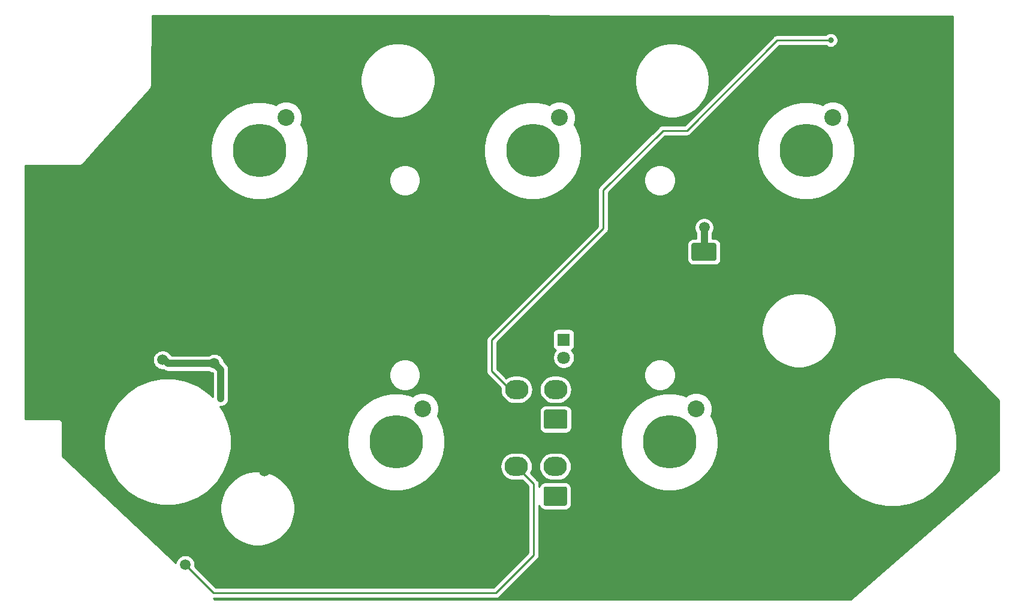
<source format=gbr>
G04 #@! TF.GenerationSoftware,KiCad,Pcbnew,(5.1.6)-1*
G04 #@! TF.CreationDate,2021-02-10T22:50:21+11:00*
G04 #@! TF.ProjectId,INTR LT Panel PCB V2,494e5452-204c-4542-9050-616e656c2050,rev?*
G04 #@! TF.SameCoordinates,Original*
G04 #@! TF.FileFunction,Copper,L2,Bot*
G04 #@! TF.FilePolarity,Positive*
%FSLAX46Y46*%
G04 Gerber Fmt 4.6, Leading zero omitted, Abs format (unit mm)*
G04 Created by KiCad (PCBNEW (5.1.6)-1) date 2021-02-10 22:50:21*
%MOMM*%
%LPD*%
G01*
G04 APERTURE LIST*
G04 #@! TA.AperFunction,WasherPad*
%ADD10C,7.540752*%
G04 #@! TD*
G04 #@! TA.AperFunction,WasherPad*
%ADD11C,2.381250*%
G04 #@! TD*
G04 #@! TA.AperFunction,ComponentPad*
%ADD12O,3.300000X2.700000*%
G04 #@! TD*
G04 #@! TA.AperFunction,ComponentPad*
%ADD13C,1.800000*%
G04 #@! TD*
G04 #@! TA.AperFunction,ComponentPad*
%ADD14R,1.800000X1.800000*%
G04 #@! TD*
G04 #@! TA.AperFunction,ViaPad*
%ADD15C,1.500000*%
G04 #@! TD*
G04 #@! TA.AperFunction,ViaPad*
%ADD16C,0.800000*%
G04 #@! TD*
G04 #@! TA.AperFunction,Conductor*
%ADD17C,1.000000*%
G04 #@! TD*
G04 #@! TA.AperFunction,Conductor*
%ADD18C,0.250000*%
G04 #@! TD*
G04 #@! TA.AperFunction,Conductor*
%ADD19C,0.254000*%
G04 #@! TD*
G04 APERTURE END LIST*
D10*
G04 #@! TO.P,9,*
G04 #@! TO.N,*
X150672800Y-66802000D03*
D11*
X154448722Y-62139124D03*
G04 #@! TD*
D10*
G04 #@! TO.P,8,*
G04 #@! TO.N,*
X112064800Y-66802000D03*
D11*
X115840722Y-62139124D03*
G04 #@! TD*
D10*
G04 #@! TO.P,7,*
G04 #@! TO.N,*
X73456800Y-66802000D03*
D11*
X77232722Y-62139124D03*
G04 #@! TD*
D10*
G04 #@! TO.P,3,*
G04 #@! TO.N,*
X131368800Y-107950000D03*
D11*
X135144722Y-103287124D03*
G04 #@! TD*
D10*
G04 #@! TO.P,2,*
G04 #@! TO.N,*
X92760800Y-107950000D03*
D11*
X96536722Y-103287124D03*
G04 #@! TD*
D12*
G04 #@! TO.P,J2,4*
G04 #@! TO.N,/DATAOUT*
X109750000Y-111400000D03*
G04 #@! TO.P,J2,3*
G04 #@! TO.N,/LEDGND*
X109750000Y-115600000D03*
G04 #@! TO.P,J2,2*
G04 #@! TO.N,/LED+5V*
X115250000Y-111400000D03*
G04 #@! TO.P,J2,1*
G04 #@! TA.AperFunction,ComponentPad*
G36*
G01*
X116649999Y-116950000D02*
X113850001Y-116950000D01*
G75*
G02*
X113600000Y-116699999I0J250001D01*
G01*
X113600000Y-114500001D01*
G75*
G02*
X113850001Y-114250000I250001J0D01*
G01*
X116649999Y-114250000D01*
G75*
G02*
X116900000Y-114500001I0J-250001D01*
G01*
X116900000Y-116699999D01*
G75*
G02*
X116649999Y-116950000I-250001J0D01*
G01*
G37*
G04 #@! TD.AperFunction*
G04 #@! TD*
G04 #@! TO.P,J1,4*
G04 #@! TO.N,/DATAIN*
X109800000Y-100550000D03*
G04 #@! TO.P,J1,3*
G04 #@! TO.N,/LEDGND*
X109800000Y-104750000D03*
G04 #@! TO.P,J1,2*
G04 #@! TO.N,/LED+5V*
X115300000Y-100550000D03*
G04 #@! TO.P,J1,1*
G04 #@! TA.AperFunction,ComponentPad*
G36*
G01*
X116699999Y-106100000D02*
X113900001Y-106100000D01*
G75*
G02*
X113650000Y-105849999I0J250001D01*
G01*
X113650000Y-103650001D01*
G75*
G02*
X113900001Y-103400000I250001J0D01*
G01*
X116699999Y-103400000D01*
G75*
G02*
X116950000Y-103650001I0J-250001D01*
G01*
X116950000Y-105849999D01*
G75*
G02*
X116699999Y-106100000I-250001J0D01*
G01*
G37*
G04 #@! TD.AperFunction*
G04 #@! TD*
D13*
G04 #@! TO.P,D1,2*
G04 #@! TO.N,/LED+5V*
X116434000Y-96037400D03*
D14*
G04 #@! TO.P,D1,1*
G04 #@! TO.N,Net-(D1-Pad1)*
X116434000Y-93497400D03*
G04 #@! TD*
G04 #@! TO.P,C1,2*
G04 #@! TO.N,/LEDGND*
G04 #@! TA.AperFunction,SMDPad,CuDef*
G36*
G01*
X131496000Y-80102200D02*
X131496000Y-82102200D01*
G75*
G02*
X131246000Y-82352200I-250000J0D01*
G01*
X128246000Y-82352200D01*
G75*
G02*
X127996000Y-82102200I0J250000D01*
G01*
X127996000Y-80102200D01*
G75*
G02*
X128246000Y-79852200I250000J0D01*
G01*
X131246000Y-79852200D01*
G75*
G02*
X131496000Y-80102200I0J-250000D01*
G01*
G37*
G04 #@! TD.AperFunction*
G04 #@! TO.P,C1,1*
G04 #@! TO.N,/LED+5V*
G04 #@! TA.AperFunction,SMDPad,CuDef*
G36*
G01*
X137996000Y-80102200D02*
X137996000Y-82102200D01*
G75*
G02*
X137746000Y-82352200I-250000J0D01*
G01*
X134746000Y-82352200D01*
G75*
G02*
X134496000Y-82102200I0J250000D01*
G01*
X134496000Y-80102200D01*
G75*
G02*
X134746000Y-79852200I250000J0D01*
G01*
X137746000Y-79852200D01*
G75*
G02*
X137996000Y-80102200I0J-250000D01*
G01*
G37*
G04 #@! TD.AperFunction*
G04 #@! TD*
D15*
G04 #@! TO.N,/LEDGND*
X65200000Y-55800000D03*
X72975000Y-55675000D03*
X81000000Y-55600000D03*
X105200000Y-56000000D03*
X114700000Y-56100000D03*
X123100000Y-56200000D03*
X148500000Y-56300000D03*
X156700000Y-56100000D03*
X50300000Y-81400000D03*
X50300000Y-74200000D03*
X49900000Y-88600000D03*
X71400000Y-85400000D03*
X72900000Y-78800000D03*
X85300000Y-78500000D03*
X86000000Y-85300000D03*
X73400000Y-93800000D03*
X66000000Y-99600000D03*
X54800000Y-96800000D03*
X63300000Y-94700000D03*
X83400000Y-97200000D03*
X49800000Y-103500000D03*
X90800000Y-126800000D03*
X103100000Y-119000000D03*
X105500000Y-126800000D03*
X129600000Y-126700000D03*
X129200000Y-121300000D03*
X152900000Y-113900000D03*
X149500000Y-105600000D03*
X140700000Y-94200000D03*
X112000000Y-94300000D03*
X163200000Y-85200000D03*
X162400000Y-79000000D03*
X150812500Y-79187500D03*
X149275000Y-85475000D03*
X158800000Y-93500000D03*
X175300000Y-110500000D03*
X169400000Y-117900000D03*
X168300000Y-99600000D03*
X169800000Y-95400000D03*
X144800000Y-126700000D03*
X141450000Y-118300000D03*
X92300000Y-120150000D03*
X100250000Y-97500000D03*
X124350000Y-79850000D03*
X111750000Y-79900000D03*
X110200000Y-85700000D03*
X124100000Y-85450000D03*
X51500000Y-113150000D03*
X62800000Y-122650000D03*
X74150000Y-112100000D03*
X86250000Y-55950000D03*
X125650000Y-97550000D03*
X87275000Y-97525000D03*
X142425000Y-73325000D03*
X64675000Y-72425000D03*
X87550000Y-63400000D03*
X88000000Y-71400000D03*
X65475000Y-64775000D03*
X102925000Y-66225000D03*
X103975000Y-74275000D03*
X141712500Y-66712500D03*
X166525000Y-63775000D03*
X166175000Y-71525000D03*
X123825000Y-75750000D03*
X123675000Y-67025000D03*
G04 #@! TO.N,/LED+5V*
X136300000Y-77650000D03*
X59800000Y-96350000D03*
X67100000Y-96850000D03*
D16*
X68000000Y-101800000D03*
G04 #@! TO.N,/DATAIN*
X154150000Y-51200000D03*
D15*
G04 #@! TO.N,/DATAOUT*
X63000000Y-125300000D03*
G04 #@! TD*
D17*
G04 #@! TO.N,/LEDGND*
X125602200Y-81102200D02*
X124350000Y-79850000D01*
X129746000Y-81102200D02*
X125602200Y-81102200D01*
G04 #@! TO.N,/LED+5V*
X136300000Y-77650000D02*
X136246000Y-77704000D01*
X59800000Y-96350000D02*
X60050000Y-96350000D01*
X60050000Y-96350000D02*
X60550000Y-96850000D01*
X60550000Y-96850000D02*
X67100000Y-96850000D01*
X67100000Y-96850000D02*
X67150000Y-96850000D01*
X68000000Y-97750000D02*
X67100000Y-96850000D01*
X68000000Y-101800000D02*
X68000000Y-97750000D01*
X136300000Y-81048200D02*
X136246000Y-81102200D01*
X136300000Y-77650000D02*
X136300000Y-81048200D01*
D18*
G04 #@! TO.N,/DATAIN*
X106283000Y-97959000D02*
X106283000Y-93567000D01*
X122024999Y-77825001D02*
X122024999Y-72375001D01*
X106283000Y-93567000D02*
X122024999Y-77825001D01*
X122024999Y-72375001D02*
X130450000Y-63950000D01*
X130450000Y-63950000D02*
X133850000Y-63950000D01*
X133850000Y-63950000D02*
X146600000Y-51200000D01*
X146600000Y-51200000D02*
X154150000Y-51200000D01*
X154150000Y-51200000D02*
X154150000Y-51200000D01*
X108874000Y-100550000D02*
X106283000Y-97959000D01*
X109800000Y-100550000D02*
X108874000Y-100550000D01*
G04 #@! TO.N,/DATAOUT*
X106850000Y-129300000D02*
X112225000Y-123925000D01*
X63000000Y-125300000D02*
X67000000Y-129300000D01*
X112225000Y-113875000D02*
X109750000Y-111400000D01*
X112225000Y-123925000D02*
X112225000Y-113875000D01*
X67000000Y-129300000D02*
X106850000Y-129300000D01*
G04 #@! TD*
D19*
G04 #@! TO.N,/LEDGND*
G36*
X171374201Y-47776560D02*
G01*
X171374200Y-95009336D01*
X171371085Y-95036677D01*
X171374200Y-95074164D01*
X171374200Y-95079218D01*
X171376887Y-95106500D01*
X171381851Y-95166238D01*
X171383252Y-95171122D01*
X171383750Y-95176182D01*
X171401169Y-95233603D01*
X171417688Y-95291209D01*
X171420013Y-95295724D01*
X171421490Y-95300592D01*
X171449768Y-95353497D01*
X171477215Y-95406789D01*
X171480379Y-95410767D01*
X171482775Y-95415249D01*
X171520828Y-95461616D01*
X171537869Y-95483040D01*
X171541381Y-95486661D01*
X171565252Y-95515748D01*
X171586533Y-95533213D01*
X177925460Y-102068697D01*
X177853376Y-112016180D01*
X156938495Y-130201956D01*
X67110404Y-130176651D01*
X66988889Y-130062582D01*
X66999999Y-130063676D01*
X67037322Y-130060000D01*
X106812678Y-130060000D01*
X106850000Y-130063676D01*
X106887322Y-130060000D01*
X106887333Y-130060000D01*
X106998986Y-130049003D01*
X107142247Y-130005546D01*
X107274276Y-129934974D01*
X107390001Y-129840001D01*
X107413804Y-129810997D01*
X112736004Y-124488798D01*
X112765001Y-124465001D01*
X112804301Y-124417114D01*
X112859974Y-124349277D01*
X112930546Y-124217247D01*
X112930546Y-124217246D01*
X112974003Y-124073986D01*
X112985000Y-123962333D01*
X112985000Y-123962323D01*
X112988676Y-123925000D01*
X112985000Y-123887677D01*
X112985000Y-116893059D01*
X113029529Y-117039850D01*
X113111595Y-117193386D01*
X113222039Y-117327961D01*
X113356614Y-117438405D01*
X113510150Y-117520471D01*
X113676747Y-117571008D01*
X113850001Y-117588072D01*
X116649999Y-117588072D01*
X116823253Y-117571008D01*
X116989850Y-117520471D01*
X117143386Y-117438405D01*
X117277961Y-117327961D01*
X117388405Y-117193386D01*
X117470471Y-117039850D01*
X117521008Y-116873253D01*
X117538072Y-116699999D01*
X117538072Y-114500001D01*
X117521008Y-114326747D01*
X117470471Y-114160150D01*
X117388405Y-114006614D01*
X117277961Y-113872039D01*
X117143386Y-113761595D01*
X116989850Y-113679529D01*
X116823253Y-113628992D01*
X116649999Y-113611928D01*
X113850001Y-113611928D01*
X113676747Y-113628992D01*
X113510150Y-113679529D01*
X113356614Y-113761595D01*
X113222039Y-113872039D01*
X113111595Y-114006614D01*
X113029529Y-114160150D01*
X112985000Y-114306941D01*
X112985000Y-113912333D01*
X112988677Y-113875000D01*
X112974003Y-113726014D01*
X112930546Y-113582753D01*
X112859974Y-113450724D01*
X112788799Y-113363997D01*
X112765001Y-113334999D01*
X112736003Y-113311201D01*
X111786649Y-112361848D01*
X111892774Y-112163302D01*
X112006278Y-111789128D01*
X112044604Y-111400000D01*
X112955396Y-111400000D01*
X112993722Y-111789128D01*
X113107226Y-112163302D01*
X113291547Y-112508143D01*
X113539602Y-112810398D01*
X113841857Y-113058453D01*
X114186698Y-113242774D01*
X114560872Y-113356278D01*
X114852490Y-113385000D01*
X115647510Y-113385000D01*
X115939128Y-113356278D01*
X116313302Y-113242774D01*
X116658143Y-113058453D01*
X116960398Y-112810398D01*
X117208453Y-112508143D01*
X117392774Y-112163302D01*
X117506278Y-111789128D01*
X117544604Y-111400000D01*
X117506278Y-111010872D01*
X117392774Y-110636698D01*
X117208453Y-110291857D01*
X116960398Y-109989602D01*
X116658143Y-109741547D01*
X116313302Y-109557226D01*
X115939128Y-109443722D01*
X115647510Y-109415000D01*
X114852490Y-109415000D01*
X114560872Y-109443722D01*
X114186698Y-109557226D01*
X113841857Y-109741547D01*
X113539602Y-109989602D01*
X113291547Y-110291857D01*
X113107226Y-110636698D01*
X112993722Y-111010872D01*
X112955396Y-111400000D01*
X112044604Y-111400000D01*
X112006278Y-111010872D01*
X111892774Y-110636698D01*
X111708453Y-110291857D01*
X111460398Y-109989602D01*
X111158143Y-109741547D01*
X110813302Y-109557226D01*
X110439128Y-109443722D01*
X110147510Y-109415000D01*
X109352490Y-109415000D01*
X109060872Y-109443722D01*
X108686698Y-109557226D01*
X108341857Y-109741547D01*
X108039602Y-109989602D01*
X107791547Y-110291857D01*
X107607226Y-110636698D01*
X107493722Y-111010872D01*
X107455396Y-111400000D01*
X107493722Y-111789128D01*
X107607226Y-112163302D01*
X107791547Y-112508143D01*
X108039602Y-112810398D01*
X108341857Y-113058453D01*
X108686698Y-113242774D01*
X109060872Y-113356278D01*
X109352490Y-113385000D01*
X110147510Y-113385000D01*
X110439128Y-113356278D01*
X110586709Y-113311510D01*
X111465001Y-114189803D01*
X111465000Y-123610198D01*
X106535199Y-128540000D01*
X67314802Y-128540000D01*
X64356167Y-125581365D01*
X64385000Y-125436411D01*
X64385000Y-125163589D01*
X64331775Y-124896011D01*
X64227371Y-124643957D01*
X64075799Y-124417114D01*
X63882886Y-124224201D01*
X63656043Y-124072629D01*
X63403989Y-123968225D01*
X63136411Y-123915000D01*
X62863589Y-123915000D01*
X62596011Y-123968225D01*
X62343957Y-124072629D01*
X62117114Y-124224201D01*
X61924201Y-124417114D01*
X61772629Y-124643957D01*
X61668225Y-124896011D01*
X61639410Y-125040874D01*
X45620951Y-110003894D01*
X45651240Y-107065843D01*
X51525800Y-107065843D01*
X51525800Y-108834157D01*
X51870781Y-110568494D01*
X52547486Y-112202204D01*
X53529909Y-113672504D01*
X54780296Y-114922891D01*
X56250596Y-115905314D01*
X57884306Y-116582019D01*
X59618643Y-116927000D01*
X61386957Y-116927000D01*
X61883351Y-116828261D01*
X67925800Y-116828261D01*
X67925800Y-117867739D01*
X68128592Y-118887244D01*
X68526383Y-119847597D01*
X69103887Y-120711891D01*
X69838909Y-121446913D01*
X70703203Y-122024417D01*
X71663556Y-122422208D01*
X72683061Y-122625000D01*
X73722539Y-122625000D01*
X74742044Y-122422208D01*
X75702397Y-122024417D01*
X76566691Y-121446913D01*
X77301713Y-120711891D01*
X77879217Y-119847597D01*
X78277008Y-118887244D01*
X78479800Y-117867739D01*
X78479800Y-116828261D01*
X78277008Y-115808756D01*
X77879217Y-114848403D01*
X77301713Y-113984109D01*
X76566691Y-113249087D01*
X75702397Y-112671583D01*
X74742044Y-112273792D01*
X73722539Y-112071000D01*
X72683061Y-112071000D01*
X71663556Y-112273792D01*
X70703203Y-112671583D01*
X69838909Y-113249087D01*
X69103887Y-113984109D01*
X68526383Y-114848403D01*
X68128592Y-115808756D01*
X67925800Y-116828261D01*
X61883351Y-116828261D01*
X63121294Y-116582019D01*
X64755004Y-115905314D01*
X66225304Y-114922891D01*
X67475691Y-113672504D01*
X68458114Y-112202204D01*
X69134819Y-110568494D01*
X69479800Y-108834157D01*
X69479800Y-107270668D01*
X85863424Y-107270668D01*
X85863424Y-108629332D01*
X86128487Y-109961890D01*
X86648425Y-111217132D01*
X87403259Y-112346821D01*
X88363979Y-113307541D01*
X89493668Y-114062375D01*
X90748910Y-114582313D01*
X92081468Y-114847376D01*
X93440132Y-114847376D01*
X94772690Y-114582313D01*
X96027932Y-114062375D01*
X97157621Y-113307541D01*
X98118341Y-112346821D01*
X98873175Y-111217132D01*
X99393113Y-109961890D01*
X99658176Y-108629332D01*
X99658176Y-107270668D01*
X124471424Y-107270668D01*
X124471424Y-108629332D01*
X124736487Y-109961890D01*
X125256425Y-111217132D01*
X126011259Y-112346821D01*
X126971979Y-113307541D01*
X128101668Y-114062375D01*
X129356910Y-114582313D01*
X130689468Y-114847376D01*
X132048132Y-114847376D01*
X133380690Y-114582313D01*
X134635932Y-114062375D01*
X135765621Y-113307541D01*
X136726341Y-112346821D01*
X137481175Y-111217132D01*
X138001113Y-109961890D01*
X138266176Y-108629332D01*
X138266176Y-107270668D01*
X138222495Y-107051069D01*
X153737800Y-107051069D01*
X153737800Y-108848931D01*
X154088545Y-110612248D01*
X154776557Y-112273256D01*
X155775396Y-113768124D01*
X157046676Y-115039404D01*
X158541544Y-116038243D01*
X160202552Y-116726255D01*
X161965869Y-117077000D01*
X163763731Y-117077000D01*
X165527048Y-116726255D01*
X167188056Y-116038243D01*
X168682924Y-115039404D01*
X169954204Y-113768124D01*
X170953043Y-112273256D01*
X171641055Y-110612248D01*
X171991800Y-108848931D01*
X171991800Y-107051069D01*
X171641055Y-105287752D01*
X170953043Y-103626744D01*
X169954204Y-102131876D01*
X168682924Y-100860596D01*
X167188056Y-99861757D01*
X165527048Y-99173745D01*
X163763731Y-98823000D01*
X161965869Y-98823000D01*
X160202552Y-99173745D01*
X158541544Y-99861757D01*
X157046676Y-100860596D01*
X155775396Y-102131876D01*
X154776557Y-103626744D01*
X154088545Y-105287752D01*
X153737800Y-107051069D01*
X138222495Y-107051069D01*
X138001113Y-105938110D01*
X137481175Y-104682868D01*
X137230539Y-104307764D01*
X137373282Y-103963150D01*
X137462347Y-103515390D01*
X137462347Y-103058858D01*
X137373282Y-102611098D01*
X137198575Y-102189317D01*
X136944939Y-101809724D01*
X136622122Y-101486907D01*
X136242529Y-101233271D01*
X135820748Y-101058564D01*
X135372988Y-100969499D01*
X134916456Y-100969499D01*
X134468696Y-101058564D01*
X134046915Y-101233271D01*
X133713972Y-101455737D01*
X133380690Y-101317687D01*
X132048132Y-101052624D01*
X130689468Y-101052624D01*
X129356910Y-101317687D01*
X128101668Y-101837625D01*
X126971979Y-102592459D01*
X126011259Y-103553179D01*
X125256425Y-104682868D01*
X124736487Y-105938110D01*
X124471424Y-107270668D01*
X99658176Y-107270668D01*
X99393113Y-105938110D01*
X98873175Y-104682868D01*
X98622539Y-104307764D01*
X98765282Y-103963150D01*
X98827571Y-103650001D01*
X113011928Y-103650001D01*
X113011928Y-105849999D01*
X113028992Y-106023253D01*
X113079529Y-106189850D01*
X113161595Y-106343386D01*
X113272039Y-106477961D01*
X113406614Y-106588405D01*
X113560150Y-106670471D01*
X113726747Y-106721008D01*
X113900001Y-106738072D01*
X116699999Y-106738072D01*
X116873253Y-106721008D01*
X117039850Y-106670471D01*
X117193386Y-106588405D01*
X117327961Y-106477961D01*
X117438405Y-106343386D01*
X117520471Y-106189850D01*
X117571008Y-106023253D01*
X117588072Y-105849999D01*
X117588072Y-103650001D01*
X117571008Y-103476747D01*
X117520471Y-103310150D01*
X117438405Y-103156614D01*
X117327961Y-103022039D01*
X117193386Y-102911595D01*
X117039850Y-102829529D01*
X116873253Y-102778992D01*
X116699999Y-102761928D01*
X113900001Y-102761928D01*
X113726747Y-102778992D01*
X113560150Y-102829529D01*
X113406614Y-102911595D01*
X113272039Y-103022039D01*
X113161595Y-103156614D01*
X113079529Y-103310150D01*
X113028992Y-103476747D01*
X113011928Y-103650001D01*
X98827571Y-103650001D01*
X98854347Y-103515390D01*
X98854347Y-103058858D01*
X98765282Y-102611098D01*
X98590575Y-102189317D01*
X98336939Y-101809724D01*
X98014122Y-101486907D01*
X97634529Y-101233271D01*
X97212748Y-101058564D01*
X96764988Y-100969499D01*
X96308456Y-100969499D01*
X95860696Y-101058564D01*
X95438915Y-101233271D01*
X95105972Y-101455737D01*
X94772690Y-101317687D01*
X93440132Y-101052624D01*
X92081468Y-101052624D01*
X90748910Y-101317687D01*
X89493668Y-101837625D01*
X88363979Y-102592459D01*
X87403259Y-103553179D01*
X86648425Y-104682868D01*
X86128487Y-105938110D01*
X85863424Y-107270668D01*
X69479800Y-107270668D01*
X69479800Y-107065843D01*
X69134819Y-105331506D01*
X68458114Y-103697796D01*
X67948725Y-102935441D01*
X68000000Y-102940491D01*
X68222498Y-102918577D01*
X68436446Y-102853676D01*
X68633623Y-102748284D01*
X68806449Y-102606449D01*
X68948284Y-102433623D01*
X69053676Y-102236447D01*
X69118577Y-102022499D01*
X69135000Y-101855752D01*
X69135000Y-98281422D01*
X91780738Y-98281422D01*
X91780738Y-98718578D01*
X91866023Y-99147335D01*
X92033316Y-99551215D01*
X92276187Y-99914697D01*
X92585303Y-100223813D01*
X92948785Y-100466684D01*
X93352665Y-100633977D01*
X93781422Y-100719262D01*
X94218578Y-100719262D01*
X94647335Y-100633977D01*
X95051215Y-100466684D01*
X95414697Y-100223813D01*
X95723813Y-99914697D01*
X95966684Y-99551215D01*
X96133977Y-99147335D01*
X96219262Y-98718578D01*
X96219262Y-98281422D01*
X96133977Y-97852665D01*
X95966684Y-97448785D01*
X95723813Y-97085303D01*
X95414697Y-96776187D01*
X95051215Y-96533316D01*
X94647335Y-96366023D01*
X94218578Y-96280738D01*
X93781422Y-96280738D01*
X93352665Y-96366023D01*
X92948785Y-96533316D01*
X92585303Y-96776187D01*
X92276187Y-97085303D01*
X92033316Y-97448785D01*
X91866023Y-97852665D01*
X91780738Y-98281422D01*
X69135000Y-98281422D01*
X69135000Y-97805743D01*
X69140490Y-97749999D01*
X69135000Y-97694255D01*
X69135000Y-97694248D01*
X69118577Y-97527501D01*
X69053676Y-97313553D01*
X68948284Y-97116377D01*
X68806449Y-96943551D01*
X68763140Y-96908008D01*
X68464212Y-96609080D01*
X68431775Y-96446011D01*
X68327371Y-96193957D01*
X68175799Y-95967114D01*
X67982886Y-95774201D01*
X67756043Y-95622629D01*
X67503989Y-95518225D01*
X67236411Y-95465000D01*
X66963589Y-95465000D01*
X66696011Y-95518225D01*
X66443957Y-95622629D01*
X66305714Y-95715000D01*
X61036087Y-95715000D01*
X61027371Y-95693957D01*
X60875799Y-95467114D01*
X60682886Y-95274201D01*
X60456043Y-95122629D01*
X60203989Y-95018225D01*
X59936411Y-94965000D01*
X59663589Y-94965000D01*
X59396011Y-95018225D01*
X59143957Y-95122629D01*
X58917114Y-95274201D01*
X58724201Y-95467114D01*
X58572629Y-95693957D01*
X58468225Y-95946011D01*
X58415000Y-96213589D01*
X58415000Y-96486411D01*
X58468225Y-96753989D01*
X58572629Y-97006043D01*
X58724201Y-97232886D01*
X58917114Y-97425799D01*
X59143957Y-97577371D01*
X59396011Y-97681775D01*
X59663589Y-97735000D01*
X59839265Y-97735000D01*
X59916377Y-97798284D01*
X60113553Y-97903676D01*
X60327501Y-97968577D01*
X60550000Y-97990491D01*
X60605752Y-97985000D01*
X66305714Y-97985000D01*
X66443957Y-98077371D01*
X66696011Y-98181775D01*
X66859080Y-98214212D01*
X66865001Y-98220132D01*
X66865000Y-101616805D01*
X66225304Y-100977109D01*
X64755004Y-99994686D01*
X63121294Y-99317981D01*
X61386957Y-98973000D01*
X59618643Y-98973000D01*
X57884306Y-99317981D01*
X56250596Y-99994686D01*
X54780296Y-100977109D01*
X53529909Y-102227496D01*
X52547486Y-103697796D01*
X51870781Y-105331506D01*
X51525800Y-107065843D01*
X45651240Y-107065843D01*
X45668466Y-105395013D01*
X45671993Y-105359200D01*
X45665953Y-105297872D01*
X45660549Y-105236530D01*
X45659587Y-105233236D01*
X45659250Y-105229817D01*
X45641350Y-105170808D01*
X45624093Y-105111737D01*
X45622508Y-105108696D01*
X45621510Y-105105407D01*
X45592436Y-105051013D01*
X45563993Y-104996454D01*
X45561845Y-104993781D01*
X45560225Y-104990750D01*
X45521098Y-104943074D01*
X45482557Y-104895112D01*
X45479929Y-104892909D01*
X45477748Y-104890252D01*
X45430063Y-104851118D01*
X45382914Y-104811603D01*
X45379907Y-104809956D01*
X45377250Y-104807775D01*
X45322863Y-104778705D01*
X45268895Y-104749139D01*
X45265623Y-104748109D01*
X45262593Y-104746490D01*
X45203592Y-104728592D01*
X45144881Y-104710119D01*
X45141472Y-104709748D01*
X45138183Y-104708750D01*
X45076804Y-104702705D01*
X45015636Y-104696043D01*
X44979797Y-104699200D01*
X40409800Y-104699200D01*
X40409800Y-93567000D01*
X105519324Y-93567000D01*
X105523001Y-93604332D01*
X105523000Y-97921677D01*
X105519324Y-97959000D01*
X105523000Y-97996322D01*
X105523000Y-97996332D01*
X105533997Y-98107985D01*
X105572526Y-98235000D01*
X105577454Y-98251246D01*
X105648026Y-98383276D01*
X105687871Y-98431826D01*
X105742999Y-98499001D01*
X105772003Y-98522804D01*
X107531739Y-100282540D01*
X107505396Y-100550000D01*
X107543722Y-100939128D01*
X107657226Y-101313302D01*
X107841547Y-101658143D01*
X108089602Y-101960398D01*
X108391857Y-102208453D01*
X108736698Y-102392774D01*
X109110872Y-102506278D01*
X109402490Y-102535000D01*
X110197510Y-102535000D01*
X110489128Y-102506278D01*
X110863302Y-102392774D01*
X111208143Y-102208453D01*
X111510398Y-101960398D01*
X111758453Y-101658143D01*
X111942774Y-101313302D01*
X112056278Y-100939128D01*
X112094604Y-100550000D01*
X113005396Y-100550000D01*
X113043722Y-100939128D01*
X113157226Y-101313302D01*
X113341547Y-101658143D01*
X113589602Y-101960398D01*
X113891857Y-102208453D01*
X114236698Y-102392774D01*
X114610872Y-102506278D01*
X114902490Y-102535000D01*
X115697510Y-102535000D01*
X115989128Y-102506278D01*
X116363302Y-102392774D01*
X116708143Y-102208453D01*
X117010398Y-101960398D01*
X117258453Y-101658143D01*
X117442774Y-101313302D01*
X117556278Y-100939128D01*
X117594604Y-100550000D01*
X117556278Y-100160872D01*
X117442774Y-99786698D01*
X117258453Y-99441857D01*
X117010398Y-99139602D01*
X116708143Y-98891547D01*
X116363302Y-98707226D01*
X115989128Y-98593722D01*
X115697510Y-98565000D01*
X114902490Y-98565000D01*
X114610872Y-98593722D01*
X114236698Y-98707226D01*
X113891857Y-98891547D01*
X113589602Y-99139602D01*
X113341547Y-99441857D01*
X113157226Y-99786698D01*
X113043722Y-100160872D01*
X113005396Y-100550000D01*
X112094604Y-100550000D01*
X112056278Y-100160872D01*
X111942774Y-99786698D01*
X111758453Y-99441857D01*
X111510398Y-99139602D01*
X111208143Y-98891547D01*
X110863302Y-98707226D01*
X110489128Y-98593722D01*
X110197510Y-98565000D01*
X109402490Y-98565000D01*
X109110872Y-98593722D01*
X108736698Y-98707226D01*
X108391857Y-98891547D01*
X108336104Y-98937302D01*
X107680224Y-98281422D01*
X127780738Y-98281422D01*
X127780738Y-98718578D01*
X127866023Y-99147335D01*
X128033316Y-99551215D01*
X128276187Y-99914697D01*
X128585303Y-100223813D01*
X128948785Y-100466684D01*
X129352665Y-100633977D01*
X129781422Y-100719262D01*
X130218578Y-100719262D01*
X130647335Y-100633977D01*
X131051215Y-100466684D01*
X131414697Y-100223813D01*
X131723813Y-99914697D01*
X131966684Y-99551215D01*
X132133977Y-99147335D01*
X132219262Y-98718578D01*
X132219262Y-98281422D01*
X132133977Y-97852665D01*
X131966684Y-97448785D01*
X131723813Y-97085303D01*
X131414697Y-96776187D01*
X131051215Y-96533316D01*
X130647335Y-96366023D01*
X130218578Y-96280738D01*
X129781422Y-96280738D01*
X129352665Y-96366023D01*
X128948785Y-96533316D01*
X128585303Y-96776187D01*
X128276187Y-97085303D01*
X128033316Y-97448785D01*
X127866023Y-97852665D01*
X127780738Y-98281422D01*
X107680224Y-98281422D01*
X107043000Y-97644199D01*
X107043000Y-93881801D01*
X108327401Y-92597400D01*
X114895928Y-92597400D01*
X114895928Y-94397400D01*
X114908188Y-94521882D01*
X114944498Y-94641580D01*
X115003463Y-94751894D01*
X115082815Y-94848585D01*
X115179506Y-94927937D01*
X115289820Y-94986902D01*
X115308127Y-94992456D01*
X115241688Y-95058895D01*
X115073701Y-95310305D01*
X114957989Y-95589657D01*
X114899000Y-95886216D01*
X114899000Y-96188584D01*
X114957989Y-96485143D01*
X115073701Y-96764495D01*
X115241688Y-97015905D01*
X115455495Y-97229712D01*
X115706905Y-97397699D01*
X115986257Y-97513411D01*
X116282816Y-97572400D01*
X116585184Y-97572400D01*
X116881743Y-97513411D01*
X117161095Y-97397699D01*
X117412505Y-97229712D01*
X117626312Y-97015905D01*
X117794299Y-96764495D01*
X117910011Y-96485143D01*
X117969000Y-96188584D01*
X117969000Y-95886216D01*
X117910011Y-95589657D01*
X117794299Y-95310305D01*
X117626312Y-95058895D01*
X117559873Y-94992456D01*
X117578180Y-94986902D01*
X117688494Y-94927937D01*
X117785185Y-94848585D01*
X117864537Y-94751894D01*
X117923502Y-94641580D01*
X117959812Y-94521882D01*
X117972072Y-94397400D01*
X117972072Y-92597400D01*
X117959812Y-92472918D01*
X117923502Y-92353220D01*
X117864537Y-92242906D01*
X117785185Y-92146215D01*
X117688494Y-92066863D01*
X117578180Y-92007898D01*
X117458482Y-91971588D01*
X117334000Y-91959328D01*
X115534000Y-91959328D01*
X115409518Y-91971588D01*
X115289820Y-92007898D01*
X115179506Y-92066863D01*
X115082815Y-92146215D01*
X115003463Y-92242906D01*
X114944498Y-92353220D01*
X114908188Y-92472918D01*
X114895928Y-92597400D01*
X108327401Y-92597400D01*
X109242540Y-91682261D01*
X144379800Y-91682261D01*
X144379800Y-92721739D01*
X144582592Y-93741244D01*
X144980383Y-94701597D01*
X145557887Y-95565891D01*
X146292909Y-96300913D01*
X147157203Y-96878417D01*
X148117556Y-97276208D01*
X149137061Y-97479000D01*
X150176539Y-97479000D01*
X151196044Y-97276208D01*
X152156397Y-96878417D01*
X153020691Y-96300913D01*
X153755713Y-95565891D01*
X154333217Y-94701597D01*
X154731008Y-93741244D01*
X154933800Y-92721739D01*
X154933800Y-91682261D01*
X154731008Y-90662756D01*
X154333217Y-89702403D01*
X153755713Y-88838109D01*
X153020691Y-88103087D01*
X152156397Y-87525583D01*
X151196044Y-87127792D01*
X150176539Y-86925000D01*
X149137061Y-86925000D01*
X148117556Y-87127792D01*
X147157203Y-87525583D01*
X146292909Y-88103087D01*
X145557887Y-88838109D01*
X144980383Y-89702403D01*
X144582592Y-90662756D01*
X144379800Y-91682261D01*
X109242540Y-91682261D01*
X120822602Y-80102200D01*
X133857928Y-80102200D01*
X133857928Y-82102200D01*
X133874992Y-82275454D01*
X133925528Y-82442050D01*
X134007595Y-82595586D01*
X134118038Y-82730162D01*
X134252614Y-82840605D01*
X134406150Y-82922672D01*
X134572746Y-82973208D01*
X134746000Y-82990272D01*
X137746000Y-82990272D01*
X137919254Y-82973208D01*
X138085850Y-82922672D01*
X138239386Y-82840605D01*
X138373962Y-82730162D01*
X138484405Y-82595586D01*
X138566472Y-82442050D01*
X138617008Y-82275454D01*
X138634072Y-82102200D01*
X138634072Y-80102200D01*
X138617008Y-79928946D01*
X138566472Y-79762350D01*
X138484405Y-79608814D01*
X138373962Y-79474238D01*
X138239386Y-79363795D01*
X138085850Y-79281728D01*
X137919254Y-79231192D01*
X137746000Y-79214128D01*
X137435000Y-79214128D01*
X137435000Y-78444286D01*
X137527371Y-78306043D01*
X137631775Y-78053989D01*
X137685000Y-77786411D01*
X137685000Y-77513589D01*
X137631775Y-77246011D01*
X137527371Y-76993957D01*
X137375799Y-76767114D01*
X137182886Y-76574201D01*
X136956043Y-76422629D01*
X136703989Y-76318225D01*
X136436411Y-76265000D01*
X136163589Y-76265000D01*
X135896011Y-76318225D01*
X135643957Y-76422629D01*
X135417114Y-76574201D01*
X135224201Y-76767114D01*
X135072629Y-76993957D01*
X134968225Y-77246011D01*
X134915000Y-77513589D01*
X134915000Y-77786411D01*
X134968225Y-78053989D01*
X135072629Y-78306043D01*
X135165000Y-78444286D01*
X135165000Y-79214128D01*
X134746000Y-79214128D01*
X134572746Y-79231192D01*
X134406150Y-79281728D01*
X134252614Y-79363795D01*
X134118038Y-79474238D01*
X134007595Y-79608814D01*
X133925528Y-79762350D01*
X133874992Y-79928946D01*
X133857928Y-80102200D01*
X120822602Y-80102200D01*
X122536009Y-78388794D01*
X122565000Y-78365002D01*
X122588794Y-78336009D01*
X122588798Y-78336005D01*
X122659972Y-78249278D01*
X122659973Y-78249277D01*
X122730545Y-78117248D01*
X122774002Y-77973987D01*
X122784999Y-77862334D01*
X122784999Y-77862325D01*
X122788675Y-77825002D01*
X122784999Y-77787679D01*
X122784999Y-72689802D01*
X124693379Y-70781422D01*
X127780738Y-70781422D01*
X127780738Y-71218578D01*
X127866023Y-71647335D01*
X128033316Y-72051215D01*
X128276187Y-72414697D01*
X128585303Y-72723813D01*
X128948785Y-72966684D01*
X129352665Y-73133977D01*
X129781422Y-73219262D01*
X130218578Y-73219262D01*
X130647335Y-73133977D01*
X131051215Y-72966684D01*
X131414697Y-72723813D01*
X131723813Y-72414697D01*
X131966684Y-72051215D01*
X132133977Y-71647335D01*
X132219262Y-71218578D01*
X132219262Y-70781422D01*
X132133977Y-70352665D01*
X131966684Y-69948785D01*
X131723813Y-69585303D01*
X131414697Y-69276187D01*
X131051215Y-69033316D01*
X130647335Y-68866023D01*
X130218578Y-68780738D01*
X129781422Y-68780738D01*
X129352665Y-68866023D01*
X128948785Y-69033316D01*
X128585303Y-69276187D01*
X128276187Y-69585303D01*
X128033316Y-69948785D01*
X127866023Y-70352665D01*
X127780738Y-70781422D01*
X124693379Y-70781422D01*
X129352133Y-66122668D01*
X143775424Y-66122668D01*
X143775424Y-67481332D01*
X144040487Y-68813890D01*
X144560425Y-70069132D01*
X145315259Y-71198821D01*
X146275979Y-72159541D01*
X147405668Y-72914375D01*
X148660910Y-73434313D01*
X149993468Y-73699376D01*
X151352132Y-73699376D01*
X152684690Y-73434313D01*
X153939932Y-72914375D01*
X155069621Y-72159541D01*
X156030341Y-71198821D01*
X156785175Y-70069132D01*
X157305113Y-68813890D01*
X157570176Y-67481332D01*
X157570176Y-66122668D01*
X157305113Y-64790110D01*
X156785175Y-63534868D01*
X156534539Y-63159764D01*
X156677282Y-62815150D01*
X156766347Y-62367390D01*
X156766347Y-61910858D01*
X156677282Y-61463098D01*
X156502575Y-61041317D01*
X156248939Y-60661724D01*
X155926122Y-60338907D01*
X155546529Y-60085271D01*
X155124748Y-59910564D01*
X154676988Y-59821499D01*
X154220456Y-59821499D01*
X153772696Y-59910564D01*
X153350915Y-60085271D01*
X153017972Y-60307737D01*
X152684690Y-60169687D01*
X151352132Y-59904624D01*
X149993468Y-59904624D01*
X148660910Y-60169687D01*
X147405668Y-60689625D01*
X146275979Y-61444459D01*
X145315259Y-62405179D01*
X144560425Y-63534868D01*
X144040487Y-64790110D01*
X143775424Y-66122668D01*
X129352133Y-66122668D01*
X130764802Y-64710000D01*
X133812678Y-64710000D01*
X133850000Y-64713676D01*
X133887322Y-64710000D01*
X133887333Y-64710000D01*
X133998986Y-64699003D01*
X134142247Y-64655546D01*
X134274276Y-64584974D01*
X134390001Y-64490001D01*
X134413804Y-64460997D01*
X146914802Y-51960000D01*
X153446289Y-51960000D01*
X153490226Y-52003937D01*
X153659744Y-52117205D01*
X153848102Y-52195226D01*
X154048061Y-52235000D01*
X154251939Y-52235000D01*
X154451898Y-52195226D01*
X154640256Y-52117205D01*
X154809774Y-52003937D01*
X154953937Y-51859774D01*
X155067205Y-51690256D01*
X155145226Y-51501898D01*
X155185000Y-51301939D01*
X155185000Y-51098061D01*
X155145226Y-50898102D01*
X155067205Y-50709744D01*
X154953937Y-50540226D01*
X154809774Y-50396063D01*
X154640256Y-50282795D01*
X154451898Y-50204774D01*
X154251939Y-50165000D01*
X154048061Y-50165000D01*
X153848102Y-50204774D01*
X153659744Y-50282795D01*
X153490226Y-50396063D01*
X153446289Y-50440000D01*
X146637323Y-50440000D01*
X146600000Y-50436324D01*
X146562677Y-50440000D01*
X146562667Y-50440000D01*
X146451014Y-50450997D01*
X146307753Y-50494454D01*
X146175723Y-50565026D01*
X146092083Y-50633668D01*
X146059999Y-50659999D01*
X146036201Y-50688997D01*
X133535199Y-63190000D01*
X130487325Y-63190000D01*
X130450000Y-63186324D01*
X130412675Y-63190000D01*
X130412667Y-63190000D01*
X130301014Y-63200997D01*
X130157753Y-63244454D01*
X130025724Y-63315026D01*
X129909999Y-63409999D01*
X129886201Y-63438997D01*
X121513997Y-71811202D01*
X121484999Y-71835000D01*
X121461201Y-71863998D01*
X121461200Y-71863999D01*
X121390025Y-71950725D01*
X121319453Y-72082755D01*
X121275997Y-72226016D01*
X121261323Y-72375001D01*
X121265000Y-72412333D01*
X121264999Y-77510198D01*
X105771998Y-93003201D01*
X105743000Y-93026999D01*
X105719202Y-93055997D01*
X105719201Y-93055998D01*
X105648026Y-93142724D01*
X105577454Y-93274754D01*
X105533998Y-93418015D01*
X105519324Y-93567000D01*
X40409800Y-93567000D01*
X40409800Y-68935200D01*
X47991066Y-68935200D01*
X48041031Y-68937466D01*
X48088032Y-68930314D01*
X48135383Y-68925650D01*
X48152198Y-68920549D01*
X48169560Y-68917907D01*
X48214269Y-68901720D01*
X48259793Y-68887910D01*
X48275290Y-68879626D01*
X48291803Y-68873648D01*
X48332490Y-68849053D01*
X48374450Y-68826625D01*
X48388034Y-68815477D01*
X48403063Y-68806392D01*
X48438178Y-68774325D01*
X48474948Y-68744148D01*
X48506692Y-68705468D01*
X50829976Y-66122668D01*
X66559424Y-66122668D01*
X66559424Y-67481332D01*
X66824487Y-68813890D01*
X67344425Y-70069132D01*
X68099259Y-71198821D01*
X69059979Y-72159541D01*
X70189668Y-72914375D01*
X71444910Y-73434313D01*
X72777468Y-73699376D01*
X74136132Y-73699376D01*
X75468690Y-73434313D01*
X76723932Y-72914375D01*
X77853621Y-72159541D01*
X78814341Y-71198821D01*
X79093238Y-70781422D01*
X91780738Y-70781422D01*
X91780738Y-71218578D01*
X91866023Y-71647335D01*
X92033316Y-72051215D01*
X92276187Y-72414697D01*
X92585303Y-72723813D01*
X92948785Y-72966684D01*
X93352665Y-73133977D01*
X93781422Y-73219262D01*
X94218578Y-73219262D01*
X94647335Y-73133977D01*
X95051215Y-72966684D01*
X95414697Y-72723813D01*
X95723813Y-72414697D01*
X95966684Y-72051215D01*
X96133977Y-71647335D01*
X96219262Y-71218578D01*
X96219262Y-70781422D01*
X96133977Y-70352665D01*
X95966684Y-69948785D01*
X95723813Y-69585303D01*
X95414697Y-69276187D01*
X95051215Y-69033316D01*
X94647335Y-68866023D01*
X94218578Y-68780738D01*
X93781422Y-68780738D01*
X93352665Y-68866023D01*
X92948785Y-69033316D01*
X92585303Y-69276187D01*
X92276187Y-69585303D01*
X92033316Y-69948785D01*
X91866023Y-70352665D01*
X91780738Y-70781422D01*
X79093238Y-70781422D01*
X79569175Y-70069132D01*
X80089113Y-68813890D01*
X80354176Y-67481332D01*
X80354176Y-66122668D01*
X105167424Y-66122668D01*
X105167424Y-67481332D01*
X105432487Y-68813890D01*
X105952425Y-70069132D01*
X106707259Y-71198821D01*
X107667979Y-72159541D01*
X108797668Y-72914375D01*
X110052910Y-73434313D01*
X111385468Y-73699376D01*
X112744132Y-73699376D01*
X114076690Y-73434313D01*
X115331932Y-72914375D01*
X116461621Y-72159541D01*
X117422341Y-71198821D01*
X118177175Y-70069132D01*
X118697113Y-68813890D01*
X118962176Y-67481332D01*
X118962176Y-66122668D01*
X118697113Y-64790110D01*
X118177175Y-63534868D01*
X117926539Y-63159764D01*
X118069282Y-62815150D01*
X118158347Y-62367390D01*
X118158347Y-61910858D01*
X118069282Y-61463098D01*
X117894575Y-61041317D01*
X117640939Y-60661724D01*
X117318122Y-60338907D01*
X116938529Y-60085271D01*
X116516748Y-59910564D01*
X116068988Y-59821499D01*
X115612456Y-59821499D01*
X115164696Y-59910564D01*
X114742915Y-60085271D01*
X114409972Y-60307737D01*
X114076690Y-60169687D01*
X112744132Y-59904624D01*
X111385468Y-59904624D01*
X110052910Y-60169687D01*
X108797668Y-60689625D01*
X107667979Y-61444459D01*
X106707259Y-62405179D01*
X105952425Y-63534868D01*
X105432487Y-64790110D01*
X105167424Y-66122668D01*
X80354176Y-66122668D01*
X80089113Y-64790110D01*
X79569175Y-63534868D01*
X79318539Y-63159764D01*
X79461282Y-62815150D01*
X79550347Y-62367390D01*
X79550347Y-61910858D01*
X79461282Y-61463098D01*
X79286575Y-61041317D01*
X79032939Y-60661724D01*
X78710122Y-60338907D01*
X78330529Y-60085271D01*
X77908748Y-59910564D01*
X77460988Y-59821499D01*
X77004456Y-59821499D01*
X76556696Y-59910564D01*
X76134915Y-60085271D01*
X75801972Y-60307737D01*
X75468690Y-60169687D01*
X74136132Y-59904624D01*
X72777468Y-59904624D01*
X71444910Y-60169687D01*
X70189668Y-60689625D01*
X69059979Y-61444459D01*
X68099259Y-62405179D01*
X67344425Y-63534868D01*
X66824487Y-64790110D01*
X66559424Y-66122668D01*
X50829976Y-66122668D01*
X58011579Y-58138865D01*
X58020839Y-58131413D01*
X58054960Y-58090638D01*
X58068771Y-58075285D01*
X58075785Y-58065753D01*
X58104274Y-58031709D01*
X58114223Y-58013517D01*
X58126518Y-57996808D01*
X58145355Y-57956590D01*
X58166653Y-57917644D01*
X58172863Y-57897857D01*
X58181660Y-57879074D01*
X58192286Y-57835968D01*
X58205582Y-57793601D01*
X58207812Y-57772981D01*
X58212776Y-57752844D01*
X58214788Y-57708488D01*
X58216059Y-57696733D01*
X58216256Y-57676100D01*
X58218666Y-57622969D01*
X58216877Y-57611215D01*
X58228694Y-56376261D01*
X87737800Y-56376261D01*
X87737800Y-57415739D01*
X87940592Y-58435244D01*
X88338383Y-59395597D01*
X88915887Y-60259891D01*
X89650909Y-60994913D01*
X90515203Y-61572417D01*
X91475556Y-61970208D01*
X92495061Y-62173000D01*
X93534539Y-62173000D01*
X94554044Y-61970208D01*
X95514397Y-61572417D01*
X96378691Y-60994913D01*
X97113713Y-60259891D01*
X97691217Y-59395597D01*
X98089008Y-58435244D01*
X98291800Y-57415739D01*
X98291800Y-56376261D01*
X126472800Y-56376261D01*
X126472800Y-57415739D01*
X126675592Y-58435244D01*
X127073383Y-59395597D01*
X127650887Y-60259891D01*
X128385909Y-60994913D01*
X129250203Y-61572417D01*
X130210556Y-61970208D01*
X131230061Y-62173000D01*
X132269539Y-62173000D01*
X133289044Y-61970208D01*
X134249397Y-61572417D01*
X135113691Y-60994913D01*
X135848713Y-60259891D01*
X136426217Y-59395597D01*
X136824008Y-58435244D01*
X137026800Y-57415739D01*
X137026800Y-56376261D01*
X136824008Y-55356756D01*
X136426217Y-54396403D01*
X135848713Y-53532109D01*
X135113691Y-52797087D01*
X134249397Y-52219583D01*
X133289044Y-51821792D01*
X132269539Y-51619000D01*
X131230061Y-51619000D01*
X130210556Y-51821792D01*
X129250203Y-52219583D01*
X128385909Y-52797087D01*
X127650887Y-53532109D01*
X127073383Y-54396403D01*
X126675592Y-55356756D01*
X126472800Y-56376261D01*
X98291800Y-56376261D01*
X98089008Y-55356756D01*
X97691217Y-54396403D01*
X97113713Y-53532109D01*
X96378691Y-52797087D01*
X95514397Y-52219583D01*
X94554044Y-51821792D01*
X93534539Y-51619000D01*
X92495061Y-51619000D01*
X91475556Y-51821792D01*
X90515203Y-52219583D01*
X89650909Y-52797087D01*
X88915887Y-53532109D01*
X88338383Y-54396403D01*
X87940592Y-55356756D01*
X87737800Y-56376261D01*
X58228694Y-56376261D01*
X58311709Y-47701235D01*
X171374201Y-47776560D01*
G37*
X171374201Y-47776560D02*
X171374200Y-95009336D01*
X171371085Y-95036677D01*
X171374200Y-95074164D01*
X171374200Y-95079218D01*
X171376887Y-95106500D01*
X171381851Y-95166238D01*
X171383252Y-95171122D01*
X171383750Y-95176182D01*
X171401169Y-95233603D01*
X171417688Y-95291209D01*
X171420013Y-95295724D01*
X171421490Y-95300592D01*
X171449768Y-95353497D01*
X171477215Y-95406789D01*
X171480379Y-95410767D01*
X171482775Y-95415249D01*
X171520828Y-95461616D01*
X171537869Y-95483040D01*
X171541381Y-95486661D01*
X171565252Y-95515748D01*
X171586533Y-95533213D01*
X177925460Y-102068697D01*
X177853376Y-112016180D01*
X156938495Y-130201956D01*
X67110404Y-130176651D01*
X66988889Y-130062582D01*
X66999999Y-130063676D01*
X67037322Y-130060000D01*
X106812678Y-130060000D01*
X106850000Y-130063676D01*
X106887322Y-130060000D01*
X106887333Y-130060000D01*
X106998986Y-130049003D01*
X107142247Y-130005546D01*
X107274276Y-129934974D01*
X107390001Y-129840001D01*
X107413804Y-129810997D01*
X112736004Y-124488798D01*
X112765001Y-124465001D01*
X112804301Y-124417114D01*
X112859974Y-124349277D01*
X112930546Y-124217247D01*
X112930546Y-124217246D01*
X112974003Y-124073986D01*
X112985000Y-123962333D01*
X112985000Y-123962323D01*
X112988676Y-123925000D01*
X112985000Y-123887677D01*
X112985000Y-116893059D01*
X113029529Y-117039850D01*
X113111595Y-117193386D01*
X113222039Y-117327961D01*
X113356614Y-117438405D01*
X113510150Y-117520471D01*
X113676747Y-117571008D01*
X113850001Y-117588072D01*
X116649999Y-117588072D01*
X116823253Y-117571008D01*
X116989850Y-117520471D01*
X117143386Y-117438405D01*
X117277961Y-117327961D01*
X117388405Y-117193386D01*
X117470471Y-117039850D01*
X117521008Y-116873253D01*
X117538072Y-116699999D01*
X117538072Y-114500001D01*
X117521008Y-114326747D01*
X117470471Y-114160150D01*
X117388405Y-114006614D01*
X117277961Y-113872039D01*
X117143386Y-113761595D01*
X116989850Y-113679529D01*
X116823253Y-113628992D01*
X116649999Y-113611928D01*
X113850001Y-113611928D01*
X113676747Y-113628992D01*
X113510150Y-113679529D01*
X113356614Y-113761595D01*
X113222039Y-113872039D01*
X113111595Y-114006614D01*
X113029529Y-114160150D01*
X112985000Y-114306941D01*
X112985000Y-113912333D01*
X112988677Y-113875000D01*
X112974003Y-113726014D01*
X112930546Y-113582753D01*
X112859974Y-113450724D01*
X112788799Y-113363997D01*
X112765001Y-113334999D01*
X112736003Y-113311201D01*
X111786649Y-112361848D01*
X111892774Y-112163302D01*
X112006278Y-111789128D01*
X112044604Y-111400000D01*
X112955396Y-111400000D01*
X112993722Y-111789128D01*
X113107226Y-112163302D01*
X113291547Y-112508143D01*
X113539602Y-112810398D01*
X113841857Y-113058453D01*
X114186698Y-113242774D01*
X114560872Y-113356278D01*
X114852490Y-113385000D01*
X115647510Y-113385000D01*
X115939128Y-113356278D01*
X116313302Y-113242774D01*
X116658143Y-113058453D01*
X116960398Y-112810398D01*
X117208453Y-112508143D01*
X117392774Y-112163302D01*
X117506278Y-111789128D01*
X117544604Y-111400000D01*
X117506278Y-111010872D01*
X117392774Y-110636698D01*
X117208453Y-110291857D01*
X116960398Y-109989602D01*
X116658143Y-109741547D01*
X116313302Y-109557226D01*
X115939128Y-109443722D01*
X115647510Y-109415000D01*
X114852490Y-109415000D01*
X114560872Y-109443722D01*
X114186698Y-109557226D01*
X113841857Y-109741547D01*
X113539602Y-109989602D01*
X113291547Y-110291857D01*
X113107226Y-110636698D01*
X112993722Y-111010872D01*
X112955396Y-111400000D01*
X112044604Y-111400000D01*
X112006278Y-111010872D01*
X111892774Y-110636698D01*
X111708453Y-110291857D01*
X111460398Y-109989602D01*
X111158143Y-109741547D01*
X110813302Y-109557226D01*
X110439128Y-109443722D01*
X110147510Y-109415000D01*
X109352490Y-109415000D01*
X109060872Y-109443722D01*
X108686698Y-109557226D01*
X108341857Y-109741547D01*
X108039602Y-109989602D01*
X107791547Y-110291857D01*
X107607226Y-110636698D01*
X107493722Y-111010872D01*
X107455396Y-111400000D01*
X107493722Y-111789128D01*
X107607226Y-112163302D01*
X107791547Y-112508143D01*
X108039602Y-112810398D01*
X108341857Y-113058453D01*
X108686698Y-113242774D01*
X109060872Y-113356278D01*
X109352490Y-113385000D01*
X110147510Y-113385000D01*
X110439128Y-113356278D01*
X110586709Y-113311510D01*
X111465001Y-114189803D01*
X111465000Y-123610198D01*
X106535199Y-128540000D01*
X67314802Y-128540000D01*
X64356167Y-125581365D01*
X64385000Y-125436411D01*
X64385000Y-125163589D01*
X64331775Y-124896011D01*
X64227371Y-124643957D01*
X64075799Y-124417114D01*
X63882886Y-124224201D01*
X63656043Y-124072629D01*
X63403989Y-123968225D01*
X63136411Y-123915000D01*
X62863589Y-123915000D01*
X62596011Y-123968225D01*
X62343957Y-124072629D01*
X62117114Y-124224201D01*
X61924201Y-124417114D01*
X61772629Y-124643957D01*
X61668225Y-124896011D01*
X61639410Y-125040874D01*
X45620951Y-110003894D01*
X45651240Y-107065843D01*
X51525800Y-107065843D01*
X51525800Y-108834157D01*
X51870781Y-110568494D01*
X52547486Y-112202204D01*
X53529909Y-113672504D01*
X54780296Y-114922891D01*
X56250596Y-115905314D01*
X57884306Y-116582019D01*
X59618643Y-116927000D01*
X61386957Y-116927000D01*
X61883351Y-116828261D01*
X67925800Y-116828261D01*
X67925800Y-117867739D01*
X68128592Y-118887244D01*
X68526383Y-119847597D01*
X69103887Y-120711891D01*
X69838909Y-121446913D01*
X70703203Y-122024417D01*
X71663556Y-122422208D01*
X72683061Y-122625000D01*
X73722539Y-122625000D01*
X74742044Y-122422208D01*
X75702397Y-122024417D01*
X76566691Y-121446913D01*
X77301713Y-120711891D01*
X77879217Y-119847597D01*
X78277008Y-118887244D01*
X78479800Y-117867739D01*
X78479800Y-116828261D01*
X78277008Y-115808756D01*
X77879217Y-114848403D01*
X77301713Y-113984109D01*
X76566691Y-113249087D01*
X75702397Y-112671583D01*
X74742044Y-112273792D01*
X73722539Y-112071000D01*
X72683061Y-112071000D01*
X71663556Y-112273792D01*
X70703203Y-112671583D01*
X69838909Y-113249087D01*
X69103887Y-113984109D01*
X68526383Y-114848403D01*
X68128592Y-115808756D01*
X67925800Y-116828261D01*
X61883351Y-116828261D01*
X63121294Y-116582019D01*
X64755004Y-115905314D01*
X66225304Y-114922891D01*
X67475691Y-113672504D01*
X68458114Y-112202204D01*
X69134819Y-110568494D01*
X69479800Y-108834157D01*
X69479800Y-107270668D01*
X85863424Y-107270668D01*
X85863424Y-108629332D01*
X86128487Y-109961890D01*
X86648425Y-111217132D01*
X87403259Y-112346821D01*
X88363979Y-113307541D01*
X89493668Y-114062375D01*
X90748910Y-114582313D01*
X92081468Y-114847376D01*
X93440132Y-114847376D01*
X94772690Y-114582313D01*
X96027932Y-114062375D01*
X97157621Y-113307541D01*
X98118341Y-112346821D01*
X98873175Y-111217132D01*
X99393113Y-109961890D01*
X99658176Y-108629332D01*
X99658176Y-107270668D01*
X124471424Y-107270668D01*
X124471424Y-108629332D01*
X124736487Y-109961890D01*
X125256425Y-111217132D01*
X126011259Y-112346821D01*
X126971979Y-113307541D01*
X128101668Y-114062375D01*
X129356910Y-114582313D01*
X130689468Y-114847376D01*
X132048132Y-114847376D01*
X133380690Y-114582313D01*
X134635932Y-114062375D01*
X135765621Y-113307541D01*
X136726341Y-112346821D01*
X137481175Y-111217132D01*
X138001113Y-109961890D01*
X138266176Y-108629332D01*
X138266176Y-107270668D01*
X138222495Y-107051069D01*
X153737800Y-107051069D01*
X153737800Y-108848931D01*
X154088545Y-110612248D01*
X154776557Y-112273256D01*
X155775396Y-113768124D01*
X157046676Y-115039404D01*
X158541544Y-116038243D01*
X160202552Y-116726255D01*
X161965869Y-117077000D01*
X163763731Y-117077000D01*
X165527048Y-116726255D01*
X167188056Y-116038243D01*
X168682924Y-115039404D01*
X169954204Y-113768124D01*
X170953043Y-112273256D01*
X171641055Y-110612248D01*
X171991800Y-108848931D01*
X171991800Y-107051069D01*
X171641055Y-105287752D01*
X170953043Y-103626744D01*
X169954204Y-102131876D01*
X168682924Y-100860596D01*
X167188056Y-99861757D01*
X165527048Y-99173745D01*
X163763731Y-98823000D01*
X161965869Y-98823000D01*
X160202552Y-99173745D01*
X158541544Y-99861757D01*
X157046676Y-100860596D01*
X155775396Y-102131876D01*
X154776557Y-103626744D01*
X154088545Y-105287752D01*
X153737800Y-107051069D01*
X138222495Y-107051069D01*
X138001113Y-105938110D01*
X137481175Y-104682868D01*
X137230539Y-104307764D01*
X137373282Y-103963150D01*
X137462347Y-103515390D01*
X137462347Y-103058858D01*
X137373282Y-102611098D01*
X137198575Y-102189317D01*
X136944939Y-101809724D01*
X136622122Y-101486907D01*
X136242529Y-101233271D01*
X135820748Y-101058564D01*
X135372988Y-100969499D01*
X134916456Y-100969499D01*
X134468696Y-101058564D01*
X134046915Y-101233271D01*
X133713972Y-101455737D01*
X133380690Y-101317687D01*
X132048132Y-101052624D01*
X130689468Y-101052624D01*
X129356910Y-101317687D01*
X128101668Y-101837625D01*
X126971979Y-102592459D01*
X126011259Y-103553179D01*
X125256425Y-104682868D01*
X124736487Y-105938110D01*
X124471424Y-107270668D01*
X99658176Y-107270668D01*
X99393113Y-105938110D01*
X98873175Y-104682868D01*
X98622539Y-104307764D01*
X98765282Y-103963150D01*
X98827571Y-103650001D01*
X113011928Y-103650001D01*
X113011928Y-105849999D01*
X113028992Y-106023253D01*
X113079529Y-106189850D01*
X113161595Y-106343386D01*
X113272039Y-106477961D01*
X113406614Y-106588405D01*
X113560150Y-106670471D01*
X113726747Y-106721008D01*
X113900001Y-106738072D01*
X116699999Y-106738072D01*
X116873253Y-106721008D01*
X117039850Y-106670471D01*
X117193386Y-106588405D01*
X117327961Y-106477961D01*
X117438405Y-106343386D01*
X117520471Y-106189850D01*
X117571008Y-106023253D01*
X117588072Y-105849999D01*
X117588072Y-103650001D01*
X117571008Y-103476747D01*
X117520471Y-103310150D01*
X117438405Y-103156614D01*
X117327961Y-103022039D01*
X117193386Y-102911595D01*
X117039850Y-102829529D01*
X116873253Y-102778992D01*
X116699999Y-102761928D01*
X113900001Y-102761928D01*
X113726747Y-102778992D01*
X113560150Y-102829529D01*
X113406614Y-102911595D01*
X113272039Y-103022039D01*
X113161595Y-103156614D01*
X113079529Y-103310150D01*
X113028992Y-103476747D01*
X113011928Y-103650001D01*
X98827571Y-103650001D01*
X98854347Y-103515390D01*
X98854347Y-103058858D01*
X98765282Y-102611098D01*
X98590575Y-102189317D01*
X98336939Y-101809724D01*
X98014122Y-101486907D01*
X97634529Y-101233271D01*
X97212748Y-101058564D01*
X96764988Y-100969499D01*
X96308456Y-100969499D01*
X95860696Y-101058564D01*
X95438915Y-101233271D01*
X95105972Y-101455737D01*
X94772690Y-101317687D01*
X93440132Y-101052624D01*
X92081468Y-101052624D01*
X90748910Y-101317687D01*
X89493668Y-101837625D01*
X88363979Y-102592459D01*
X87403259Y-103553179D01*
X86648425Y-104682868D01*
X86128487Y-105938110D01*
X85863424Y-107270668D01*
X69479800Y-107270668D01*
X69479800Y-107065843D01*
X69134819Y-105331506D01*
X68458114Y-103697796D01*
X67948725Y-102935441D01*
X68000000Y-102940491D01*
X68222498Y-102918577D01*
X68436446Y-102853676D01*
X68633623Y-102748284D01*
X68806449Y-102606449D01*
X68948284Y-102433623D01*
X69053676Y-102236447D01*
X69118577Y-102022499D01*
X69135000Y-101855752D01*
X69135000Y-98281422D01*
X91780738Y-98281422D01*
X91780738Y-98718578D01*
X91866023Y-99147335D01*
X92033316Y-99551215D01*
X92276187Y-99914697D01*
X92585303Y-100223813D01*
X92948785Y-100466684D01*
X93352665Y-100633977D01*
X93781422Y-100719262D01*
X94218578Y-100719262D01*
X94647335Y-100633977D01*
X95051215Y-100466684D01*
X95414697Y-100223813D01*
X95723813Y-99914697D01*
X95966684Y-99551215D01*
X96133977Y-99147335D01*
X96219262Y-98718578D01*
X96219262Y-98281422D01*
X96133977Y-97852665D01*
X95966684Y-97448785D01*
X95723813Y-97085303D01*
X95414697Y-96776187D01*
X95051215Y-96533316D01*
X94647335Y-96366023D01*
X94218578Y-96280738D01*
X93781422Y-96280738D01*
X93352665Y-96366023D01*
X92948785Y-96533316D01*
X92585303Y-96776187D01*
X92276187Y-97085303D01*
X92033316Y-97448785D01*
X91866023Y-97852665D01*
X91780738Y-98281422D01*
X69135000Y-98281422D01*
X69135000Y-97805743D01*
X69140490Y-97749999D01*
X69135000Y-97694255D01*
X69135000Y-97694248D01*
X69118577Y-97527501D01*
X69053676Y-97313553D01*
X68948284Y-97116377D01*
X68806449Y-96943551D01*
X68763140Y-96908008D01*
X68464212Y-96609080D01*
X68431775Y-96446011D01*
X68327371Y-96193957D01*
X68175799Y-95967114D01*
X67982886Y-95774201D01*
X67756043Y-95622629D01*
X67503989Y-95518225D01*
X67236411Y-95465000D01*
X66963589Y-95465000D01*
X66696011Y-95518225D01*
X66443957Y-95622629D01*
X66305714Y-95715000D01*
X61036087Y-95715000D01*
X61027371Y-95693957D01*
X60875799Y-95467114D01*
X60682886Y-95274201D01*
X60456043Y-95122629D01*
X60203989Y-95018225D01*
X59936411Y-94965000D01*
X59663589Y-94965000D01*
X59396011Y-95018225D01*
X59143957Y-95122629D01*
X58917114Y-95274201D01*
X58724201Y-95467114D01*
X58572629Y-95693957D01*
X58468225Y-95946011D01*
X58415000Y-96213589D01*
X58415000Y-96486411D01*
X58468225Y-96753989D01*
X58572629Y-97006043D01*
X58724201Y-97232886D01*
X58917114Y-97425799D01*
X59143957Y-97577371D01*
X59396011Y-97681775D01*
X59663589Y-97735000D01*
X59839265Y-97735000D01*
X59916377Y-97798284D01*
X60113553Y-97903676D01*
X60327501Y-97968577D01*
X60550000Y-97990491D01*
X60605752Y-97985000D01*
X66305714Y-97985000D01*
X66443957Y-98077371D01*
X66696011Y-98181775D01*
X66859080Y-98214212D01*
X66865001Y-98220132D01*
X66865000Y-101616805D01*
X66225304Y-100977109D01*
X64755004Y-99994686D01*
X63121294Y-99317981D01*
X61386957Y-98973000D01*
X59618643Y-98973000D01*
X57884306Y-99317981D01*
X56250596Y-99994686D01*
X54780296Y-100977109D01*
X53529909Y-102227496D01*
X52547486Y-103697796D01*
X51870781Y-105331506D01*
X51525800Y-107065843D01*
X45651240Y-107065843D01*
X45668466Y-105395013D01*
X45671993Y-105359200D01*
X45665953Y-105297872D01*
X45660549Y-105236530D01*
X45659587Y-105233236D01*
X45659250Y-105229817D01*
X45641350Y-105170808D01*
X45624093Y-105111737D01*
X45622508Y-105108696D01*
X45621510Y-105105407D01*
X45592436Y-105051013D01*
X45563993Y-104996454D01*
X45561845Y-104993781D01*
X45560225Y-104990750D01*
X45521098Y-104943074D01*
X45482557Y-104895112D01*
X45479929Y-104892909D01*
X45477748Y-104890252D01*
X45430063Y-104851118D01*
X45382914Y-104811603D01*
X45379907Y-104809956D01*
X45377250Y-104807775D01*
X45322863Y-104778705D01*
X45268895Y-104749139D01*
X45265623Y-104748109D01*
X45262593Y-104746490D01*
X45203592Y-104728592D01*
X45144881Y-104710119D01*
X45141472Y-104709748D01*
X45138183Y-104708750D01*
X45076804Y-104702705D01*
X45015636Y-104696043D01*
X44979797Y-104699200D01*
X40409800Y-104699200D01*
X40409800Y-93567000D01*
X105519324Y-93567000D01*
X105523001Y-93604332D01*
X105523000Y-97921677D01*
X105519324Y-97959000D01*
X105523000Y-97996322D01*
X105523000Y-97996332D01*
X105533997Y-98107985D01*
X105572526Y-98235000D01*
X105577454Y-98251246D01*
X105648026Y-98383276D01*
X105687871Y-98431826D01*
X105742999Y-98499001D01*
X105772003Y-98522804D01*
X107531739Y-100282540D01*
X107505396Y-100550000D01*
X107543722Y-100939128D01*
X107657226Y-101313302D01*
X107841547Y-101658143D01*
X108089602Y-101960398D01*
X108391857Y-102208453D01*
X108736698Y-102392774D01*
X109110872Y-102506278D01*
X109402490Y-102535000D01*
X110197510Y-102535000D01*
X110489128Y-102506278D01*
X110863302Y-102392774D01*
X111208143Y-102208453D01*
X111510398Y-101960398D01*
X111758453Y-101658143D01*
X111942774Y-101313302D01*
X112056278Y-100939128D01*
X112094604Y-100550000D01*
X113005396Y-100550000D01*
X113043722Y-100939128D01*
X113157226Y-101313302D01*
X113341547Y-101658143D01*
X113589602Y-101960398D01*
X113891857Y-102208453D01*
X114236698Y-102392774D01*
X114610872Y-102506278D01*
X114902490Y-102535000D01*
X115697510Y-102535000D01*
X115989128Y-102506278D01*
X116363302Y-102392774D01*
X116708143Y-102208453D01*
X117010398Y-101960398D01*
X117258453Y-101658143D01*
X117442774Y-101313302D01*
X117556278Y-100939128D01*
X117594604Y-100550000D01*
X117556278Y-100160872D01*
X117442774Y-99786698D01*
X117258453Y-99441857D01*
X117010398Y-99139602D01*
X116708143Y-98891547D01*
X116363302Y-98707226D01*
X115989128Y-98593722D01*
X115697510Y-98565000D01*
X114902490Y-98565000D01*
X114610872Y-98593722D01*
X114236698Y-98707226D01*
X113891857Y-98891547D01*
X113589602Y-99139602D01*
X113341547Y-99441857D01*
X113157226Y-99786698D01*
X113043722Y-100160872D01*
X113005396Y-100550000D01*
X112094604Y-100550000D01*
X112056278Y-100160872D01*
X111942774Y-99786698D01*
X111758453Y-99441857D01*
X111510398Y-99139602D01*
X111208143Y-98891547D01*
X110863302Y-98707226D01*
X110489128Y-98593722D01*
X110197510Y-98565000D01*
X109402490Y-98565000D01*
X109110872Y-98593722D01*
X108736698Y-98707226D01*
X108391857Y-98891547D01*
X108336104Y-98937302D01*
X107680224Y-98281422D01*
X127780738Y-98281422D01*
X127780738Y-98718578D01*
X127866023Y-99147335D01*
X128033316Y-99551215D01*
X128276187Y-99914697D01*
X128585303Y-100223813D01*
X128948785Y-100466684D01*
X129352665Y-100633977D01*
X129781422Y-100719262D01*
X130218578Y-100719262D01*
X130647335Y-100633977D01*
X131051215Y-100466684D01*
X131414697Y-100223813D01*
X131723813Y-99914697D01*
X131966684Y-99551215D01*
X132133977Y-99147335D01*
X132219262Y-98718578D01*
X132219262Y-98281422D01*
X132133977Y-97852665D01*
X131966684Y-97448785D01*
X131723813Y-97085303D01*
X131414697Y-96776187D01*
X131051215Y-96533316D01*
X130647335Y-96366023D01*
X130218578Y-96280738D01*
X129781422Y-96280738D01*
X129352665Y-96366023D01*
X128948785Y-96533316D01*
X128585303Y-96776187D01*
X128276187Y-97085303D01*
X128033316Y-97448785D01*
X127866023Y-97852665D01*
X127780738Y-98281422D01*
X107680224Y-98281422D01*
X107043000Y-97644199D01*
X107043000Y-93881801D01*
X108327401Y-92597400D01*
X114895928Y-92597400D01*
X114895928Y-94397400D01*
X114908188Y-94521882D01*
X114944498Y-94641580D01*
X115003463Y-94751894D01*
X115082815Y-94848585D01*
X115179506Y-94927937D01*
X115289820Y-94986902D01*
X115308127Y-94992456D01*
X115241688Y-95058895D01*
X115073701Y-95310305D01*
X114957989Y-95589657D01*
X114899000Y-95886216D01*
X114899000Y-96188584D01*
X114957989Y-96485143D01*
X115073701Y-96764495D01*
X115241688Y-97015905D01*
X115455495Y-97229712D01*
X115706905Y-97397699D01*
X115986257Y-97513411D01*
X116282816Y-97572400D01*
X116585184Y-97572400D01*
X116881743Y-97513411D01*
X117161095Y-97397699D01*
X117412505Y-97229712D01*
X117626312Y-97015905D01*
X117794299Y-96764495D01*
X117910011Y-96485143D01*
X117969000Y-96188584D01*
X117969000Y-95886216D01*
X117910011Y-95589657D01*
X117794299Y-95310305D01*
X117626312Y-95058895D01*
X117559873Y-94992456D01*
X117578180Y-94986902D01*
X117688494Y-94927937D01*
X117785185Y-94848585D01*
X117864537Y-94751894D01*
X117923502Y-94641580D01*
X117959812Y-94521882D01*
X117972072Y-94397400D01*
X117972072Y-92597400D01*
X117959812Y-92472918D01*
X117923502Y-92353220D01*
X117864537Y-92242906D01*
X117785185Y-92146215D01*
X117688494Y-92066863D01*
X117578180Y-92007898D01*
X117458482Y-91971588D01*
X117334000Y-91959328D01*
X115534000Y-91959328D01*
X115409518Y-91971588D01*
X115289820Y-92007898D01*
X115179506Y-92066863D01*
X115082815Y-92146215D01*
X115003463Y-92242906D01*
X114944498Y-92353220D01*
X114908188Y-92472918D01*
X114895928Y-92597400D01*
X108327401Y-92597400D01*
X109242540Y-91682261D01*
X144379800Y-91682261D01*
X144379800Y-92721739D01*
X144582592Y-93741244D01*
X144980383Y-94701597D01*
X145557887Y-95565891D01*
X146292909Y-96300913D01*
X147157203Y-96878417D01*
X148117556Y-97276208D01*
X149137061Y-97479000D01*
X150176539Y-97479000D01*
X151196044Y-97276208D01*
X152156397Y-96878417D01*
X153020691Y-96300913D01*
X153755713Y-95565891D01*
X154333217Y-94701597D01*
X154731008Y-93741244D01*
X154933800Y-92721739D01*
X154933800Y-91682261D01*
X154731008Y-90662756D01*
X154333217Y-89702403D01*
X153755713Y-88838109D01*
X153020691Y-88103087D01*
X152156397Y-87525583D01*
X151196044Y-87127792D01*
X150176539Y-86925000D01*
X149137061Y-86925000D01*
X148117556Y-87127792D01*
X147157203Y-87525583D01*
X146292909Y-88103087D01*
X145557887Y-88838109D01*
X144980383Y-89702403D01*
X144582592Y-90662756D01*
X144379800Y-91682261D01*
X109242540Y-91682261D01*
X120822602Y-80102200D01*
X133857928Y-80102200D01*
X133857928Y-82102200D01*
X133874992Y-82275454D01*
X133925528Y-82442050D01*
X134007595Y-82595586D01*
X134118038Y-82730162D01*
X134252614Y-82840605D01*
X134406150Y-82922672D01*
X134572746Y-82973208D01*
X134746000Y-82990272D01*
X137746000Y-82990272D01*
X137919254Y-82973208D01*
X138085850Y-82922672D01*
X138239386Y-82840605D01*
X138373962Y-82730162D01*
X138484405Y-82595586D01*
X138566472Y-82442050D01*
X138617008Y-82275454D01*
X138634072Y-82102200D01*
X138634072Y-80102200D01*
X138617008Y-79928946D01*
X138566472Y-79762350D01*
X138484405Y-79608814D01*
X138373962Y-79474238D01*
X138239386Y-79363795D01*
X138085850Y-79281728D01*
X137919254Y-79231192D01*
X137746000Y-79214128D01*
X137435000Y-79214128D01*
X137435000Y-78444286D01*
X137527371Y-78306043D01*
X137631775Y-78053989D01*
X137685000Y-77786411D01*
X137685000Y-77513589D01*
X137631775Y-77246011D01*
X137527371Y-76993957D01*
X137375799Y-76767114D01*
X137182886Y-76574201D01*
X136956043Y-76422629D01*
X136703989Y-76318225D01*
X136436411Y-76265000D01*
X136163589Y-76265000D01*
X135896011Y-76318225D01*
X135643957Y-76422629D01*
X135417114Y-76574201D01*
X135224201Y-76767114D01*
X135072629Y-76993957D01*
X134968225Y-77246011D01*
X134915000Y-77513589D01*
X134915000Y-77786411D01*
X134968225Y-78053989D01*
X135072629Y-78306043D01*
X135165000Y-78444286D01*
X135165000Y-79214128D01*
X134746000Y-79214128D01*
X134572746Y-79231192D01*
X134406150Y-79281728D01*
X134252614Y-79363795D01*
X134118038Y-79474238D01*
X134007595Y-79608814D01*
X133925528Y-79762350D01*
X133874992Y-79928946D01*
X133857928Y-80102200D01*
X120822602Y-80102200D01*
X122536009Y-78388794D01*
X122565000Y-78365002D01*
X122588794Y-78336009D01*
X122588798Y-78336005D01*
X122659972Y-78249278D01*
X122659973Y-78249277D01*
X122730545Y-78117248D01*
X122774002Y-77973987D01*
X122784999Y-77862334D01*
X122784999Y-77862325D01*
X122788675Y-77825002D01*
X122784999Y-77787679D01*
X122784999Y-72689802D01*
X124693379Y-70781422D01*
X127780738Y-70781422D01*
X127780738Y-71218578D01*
X127866023Y-71647335D01*
X128033316Y-72051215D01*
X128276187Y-72414697D01*
X128585303Y-72723813D01*
X128948785Y-72966684D01*
X129352665Y-73133977D01*
X129781422Y-73219262D01*
X130218578Y-73219262D01*
X130647335Y-73133977D01*
X131051215Y-72966684D01*
X131414697Y-72723813D01*
X131723813Y-72414697D01*
X131966684Y-72051215D01*
X132133977Y-71647335D01*
X132219262Y-71218578D01*
X132219262Y-70781422D01*
X132133977Y-70352665D01*
X131966684Y-69948785D01*
X131723813Y-69585303D01*
X131414697Y-69276187D01*
X131051215Y-69033316D01*
X130647335Y-68866023D01*
X130218578Y-68780738D01*
X129781422Y-68780738D01*
X129352665Y-68866023D01*
X128948785Y-69033316D01*
X128585303Y-69276187D01*
X128276187Y-69585303D01*
X128033316Y-69948785D01*
X127866023Y-70352665D01*
X127780738Y-70781422D01*
X124693379Y-70781422D01*
X129352133Y-66122668D01*
X143775424Y-66122668D01*
X143775424Y-67481332D01*
X144040487Y-68813890D01*
X144560425Y-70069132D01*
X145315259Y-71198821D01*
X146275979Y-72159541D01*
X147405668Y-72914375D01*
X148660910Y-73434313D01*
X149993468Y-73699376D01*
X151352132Y-73699376D01*
X152684690Y-73434313D01*
X153939932Y-72914375D01*
X155069621Y-72159541D01*
X156030341Y-71198821D01*
X156785175Y-70069132D01*
X157305113Y-68813890D01*
X157570176Y-67481332D01*
X157570176Y-66122668D01*
X157305113Y-64790110D01*
X156785175Y-63534868D01*
X156534539Y-63159764D01*
X156677282Y-62815150D01*
X156766347Y-62367390D01*
X156766347Y-61910858D01*
X156677282Y-61463098D01*
X156502575Y-61041317D01*
X156248939Y-60661724D01*
X155926122Y-60338907D01*
X155546529Y-60085271D01*
X155124748Y-59910564D01*
X154676988Y-59821499D01*
X154220456Y-59821499D01*
X153772696Y-59910564D01*
X153350915Y-60085271D01*
X153017972Y-60307737D01*
X152684690Y-60169687D01*
X151352132Y-59904624D01*
X149993468Y-59904624D01*
X148660910Y-60169687D01*
X147405668Y-60689625D01*
X146275979Y-61444459D01*
X145315259Y-62405179D01*
X144560425Y-63534868D01*
X144040487Y-64790110D01*
X143775424Y-66122668D01*
X129352133Y-66122668D01*
X130764802Y-64710000D01*
X133812678Y-64710000D01*
X133850000Y-64713676D01*
X133887322Y-64710000D01*
X133887333Y-64710000D01*
X133998986Y-64699003D01*
X134142247Y-64655546D01*
X134274276Y-64584974D01*
X134390001Y-64490001D01*
X134413804Y-64460997D01*
X146914802Y-51960000D01*
X153446289Y-51960000D01*
X153490226Y-52003937D01*
X153659744Y-52117205D01*
X153848102Y-52195226D01*
X154048061Y-52235000D01*
X154251939Y-52235000D01*
X154451898Y-52195226D01*
X154640256Y-52117205D01*
X154809774Y-52003937D01*
X154953937Y-51859774D01*
X155067205Y-51690256D01*
X155145226Y-51501898D01*
X155185000Y-51301939D01*
X155185000Y-51098061D01*
X155145226Y-50898102D01*
X155067205Y-50709744D01*
X154953937Y-50540226D01*
X154809774Y-50396063D01*
X154640256Y-50282795D01*
X154451898Y-50204774D01*
X154251939Y-50165000D01*
X154048061Y-50165000D01*
X153848102Y-50204774D01*
X153659744Y-50282795D01*
X153490226Y-50396063D01*
X153446289Y-50440000D01*
X146637323Y-50440000D01*
X146600000Y-50436324D01*
X146562677Y-50440000D01*
X146562667Y-50440000D01*
X146451014Y-50450997D01*
X146307753Y-50494454D01*
X146175723Y-50565026D01*
X146092083Y-50633668D01*
X146059999Y-50659999D01*
X146036201Y-50688997D01*
X133535199Y-63190000D01*
X130487325Y-63190000D01*
X130450000Y-63186324D01*
X130412675Y-63190000D01*
X130412667Y-63190000D01*
X130301014Y-63200997D01*
X130157753Y-63244454D01*
X130025724Y-63315026D01*
X129909999Y-63409999D01*
X129886201Y-63438997D01*
X121513997Y-71811202D01*
X121484999Y-71835000D01*
X121461201Y-71863998D01*
X121461200Y-71863999D01*
X121390025Y-71950725D01*
X121319453Y-72082755D01*
X121275997Y-72226016D01*
X121261323Y-72375001D01*
X121265000Y-72412333D01*
X121264999Y-77510198D01*
X105771998Y-93003201D01*
X105743000Y-93026999D01*
X105719202Y-93055997D01*
X105719201Y-93055998D01*
X105648026Y-93142724D01*
X105577454Y-93274754D01*
X105533998Y-93418015D01*
X105519324Y-93567000D01*
X40409800Y-93567000D01*
X40409800Y-68935200D01*
X47991066Y-68935200D01*
X48041031Y-68937466D01*
X48088032Y-68930314D01*
X48135383Y-68925650D01*
X48152198Y-68920549D01*
X48169560Y-68917907D01*
X48214269Y-68901720D01*
X48259793Y-68887910D01*
X48275290Y-68879626D01*
X48291803Y-68873648D01*
X48332490Y-68849053D01*
X48374450Y-68826625D01*
X48388034Y-68815477D01*
X48403063Y-68806392D01*
X48438178Y-68774325D01*
X48474948Y-68744148D01*
X48506692Y-68705468D01*
X50829976Y-66122668D01*
X66559424Y-66122668D01*
X66559424Y-67481332D01*
X66824487Y-68813890D01*
X67344425Y-70069132D01*
X68099259Y-71198821D01*
X69059979Y-72159541D01*
X70189668Y-72914375D01*
X71444910Y-73434313D01*
X72777468Y-73699376D01*
X74136132Y-73699376D01*
X75468690Y-73434313D01*
X76723932Y-72914375D01*
X77853621Y-72159541D01*
X78814341Y-71198821D01*
X79093238Y-70781422D01*
X91780738Y-70781422D01*
X91780738Y-71218578D01*
X91866023Y-71647335D01*
X92033316Y-72051215D01*
X92276187Y-72414697D01*
X92585303Y-72723813D01*
X92948785Y-72966684D01*
X93352665Y-73133977D01*
X93781422Y-73219262D01*
X94218578Y-73219262D01*
X94647335Y-73133977D01*
X95051215Y-72966684D01*
X95414697Y-72723813D01*
X95723813Y-72414697D01*
X95966684Y-72051215D01*
X96133977Y-71647335D01*
X96219262Y-71218578D01*
X96219262Y-70781422D01*
X96133977Y-70352665D01*
X95966684Y-69948785D01*
X95723813Y-69585303D01*
X95414697Y-69276187D01*
X95051215Y-69033316D01*
X94647335Y-68866023D01*
X94218578Y-68780738D01*
X93781422Y-68780738D01*
X93352665Y-68866023D01*
X92948785Y-69033316D01*
X92585303Y-69276187D01*
X92276187Y-69585303D01*
X92033316Y-69948785D01*
X91866023Y-70352665D01*
X91780738Y-70781422D01*
X79093238Y-70781422D01*
X79569175Y-70069132D01*
X80089113Y-68813890D01*
X80354176Y-67481332D01*
X80354176Y-66122668D01*
X105167424Y-66122668D01*
X105167424Y-67481332D01*
X105432487Y-68813890D01*
X105952425Y-70069132D01*
X106707259Y-71198821D01*
X107667979Y-72159541D01*
X108797668Y-72914375D01*
X110052910Y-73434313D01*
X111385468Y-73699376D01*
X112744132Y-73699376D01*
X114076690Y-73434313D01*
X115331932Y-72914375D01*
X116461621Y-72159541D01*
X117422341Y-71198821D01*
X118177175Y-70069132D01*
X118697113Y-68813890D01*
X118962176Y-67481332D01*
X118962176Y-66122668D01*
X118697113Y-64790110D01*
X118177175Y-63534868D01*
X117926539Y-63159764D01*
X118069282Y-62815150D01*
X118158347Y-62367390D01*
X118158347Y-61910858D01*
X118069282Y-61463098D01*
X117894575Y-61041317D01*
X117640939Y-60661724D01*
X117318122Y-60338907D01*
X116938529Y-60085271D01*
X116516748Y-59910564D01*
X116068988Y-59821499D01*
X115612456Y-59821499D01*
X115164696Y-59910564D01*
X114742915Y-60085271D01*
X114409972Y-60307737D01*
X114076690Y-60169687D01*
X112744132Y-59904624D01*
X111385468Y-59904624D01*
X110052910Y-60169687D01*
X108797668Y-60689625D01*
X107667979Y-61444459D01*
X106707259Y-62405179D01*
X105952425Y-63534868D01*
X105432487Y-64790110D01*
X105167424Y-66122668D01*
X80354176Y-66122668D01*
X80089113Y-64790110D01*
X79569175Y-63534868D01*
X79318539Y-63159764D01*
X79461282Y-62815150D01*
X79550347Y-62367390D01*
X79550347Y-61910858D01*
X79461282Y-61463098D01*
X79286575Y-61041317D01*
X79032939Y-60661724D01*
X78710122Y-60338907D01*
X78330529Y-60085271D01*
X77908748Y-59910564D01*
X77460988Y-59821499D01*
X77004456Y-59821499D01*
X76556696Y-59910564D01*
X76134915Y-60085271D01*
X75801972Y-60307737D01*
X75468690Y-60169687D01*
X74136132Y-59904624D01*
X72777468Y-59904624D01*
X71444910Y-60169687D01*
X70189668Y-60689625D01*
X69059979Y-61444459D01*
X68099259Y-62405179D01*
X67344425Y-63534868D01*
X66824487Y-64790110D01*
X66559424Y-66122668D01*
X50829976Y-66122668D01*
X58011579Y-58138865D01*
X58020839Y-58131413D01*
X58054960Y-58090638D01*
X58068771Y-58075285D01*
X58075785Y-58065753D01*
X58104274Y-58031709D01*
X58114223Y-58013517D01*
X58126518Y-57996808D01*
X58145355Y-57956590D01*
X58166653Y-57917644D01*
X58172863Y-57897857D01*
X58181660Y-57879074D01*
X58192286Y-57835968D01*
X58205582Y-57793601D01*
X58207812Y-57772981D01*
X58212776Y-57752844D01*
X58214788Y-57708488D01*
X58216059Y-57696733D01*
X58216256Y-57676100D01*
X58218666Y-57622969D01*
X58216877Y-57611215D01*
X58228694Y-56376261D01*
X87737800Y-56376261D01*
X87737800Y-57415739D01*
X87940592Y-58435244D01*
X88338383Y-59395597D01*
X88915887Y-60259891D01*
X89650909Y-60994913D01*
X90515203Y-61572417D01*
X91475556Y-61970208D01*
X92495061Y-62173000D01*
X93534539Y-62173000D01*
X94554044Y-61970208D01*
X95514397Y-61572417D01*
X96378691Y-60994913D01*
X97113713Y-60259891D01*
X97691217Y-59395597D01*
X98089008Y-58435244D01*
X98291800Y-57415739D01*
X98291800Y-56376261D01*
X126472800Y-56376261D01*
X126472800Y-57415739D01*
X126675592Y-58435244D01*
X127073383Y-59395597D01*
X127650887Y-60259891D01*
X128385909Y-60994913D01*
X129250203Y-61572417D01*
X130210556Y-61970208D01*
X131230061Y-62173000D01*
X132269539Y-62173000D01*
X133289044Y-61970208D01*
X134249397Y-61572417D01*
X135113691Y-60994913D01*
X135848713Y-60259891D01*
X136426217Y-59395597D01*
X136824008Y-58435244D01*
X137026800Y-57415739D01*
X137026800Y-56376261D01*
X136824008Y-55356756D01*
X136426217Y-54396403D01*
X135848713Y-53532109D01*
X135113691Y-52797087D01*
X134249397Y-52219583D01*
X133289044Y-51821792D01*
X132269539Y-51619000D01*
X131230061Y-51619000D01*
X130210556Y-51821792D01*
X129250203Y-52219583D01*
X128385909Y-52797087D01*
X127650887Y-53532109D01*
X127073383Y-54396403D01*
X126675592Y-55356756D01*
X126472800Y-56376261D01*
X98291800Y-56376261D01*
X98089008Y-55356756D01*
X97691217Y-54396403D01*
X97113713Y-53532109D01*
X96378691Y-52797087D01*
X95514397Y-52219583D01*
X94554044Y-51821792D01*
X93534539Y-51619000D01*
X92495061Y-51619000D01*
X91475556Y-51821792D01*
X90515203Y-52219583D01*
X89650909Y-52797087D01*
X88915887Y-53532109D01*
X88338383Y-54396403D01*
X87940592Y-55356756D01*
X87737800Y-56376261D01*
X58228694Y-56376261D01*
X58311709Y-47701235D01*
X171374201Y-47776560D01*
G04 #@! TD*
M02*

</source>
